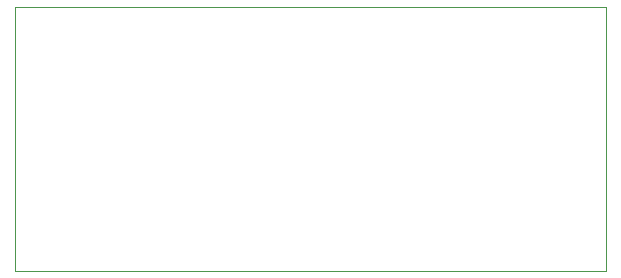
<source format=gbr>
%TF.GenerationSoftware,KiCad,Pcbnew,(5.1.6)-1*%
%TF.CreationDate,2022-07-30T19:59:52+08:00*%
%TF.ProjectId,cloneduino_zero,636c6f6e-6564-4756-996e-6f5f7a65726f,1.0*%
%TF.SameCoordinates,Original*%
%TF.FileFunction,Profile,NP*%
%FSLAX46Y46*%
G04 Gerber Fmt 4.6, Leading zero omitted, Abs format (unit mm)*
G04 Created by KiCad (PCBNEW (5.1.6)-1) date 2022-07-30 19:59:52*
%MOMM*%
%LPD*%
G01*
G04 APERTURE LIST*
%TA.AperFunction,Profile*%
%ADD10C,0.050000*%
%TD*%
G04 APERTURE END LIST*
D10*
X98400000Y-105400000D02*
X48400000Y-105400000D01*
X98400000Y-83058000D02*
X98400000Y-105400000D01*
X48400000Y-83058000D02*
X98400000Y-83058000D01*
X48400000Y-105400000D02*
X48400000Y-83058000D01*
M02*

</source>
